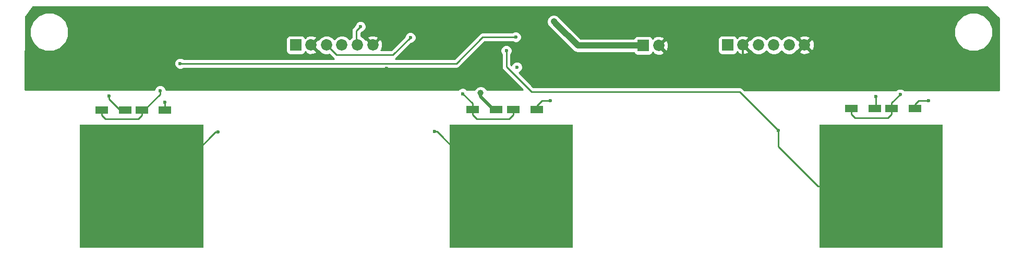
<source format=gbr>
G04 #@! TF.FileFunction,Copper,L2,Bot,Signal*
%FSLAX46Y46*%
G04 Gerber Fmt 4.6, Leading zero omitted, Abs format (unit mm)*
G04 Created by KiCad (PCBNEW 4.0.4-stable) date 08/01/17 14:05:29*
%MOMM*%
%LPD*%
G01*
G04 APERTURE LIST*
%ADD10C,0.100000*%
%ADD11R,20.000000X20.000000*%
%ADD12C,0.600000*%
%ADD13R,1.850000X1.850000*%
%ADD14C,1.850000*%
%ADD15R,2.100000X1.300000*%
%ADD16C,1.000000*%
%ADD17C,0.250000*%
%ADD18C,0.300000*%
%ADD19C,1.000000*%
%ADD20C,0.500000*%
%ADD21C,0.254000*%
G04 APERTURE END LIST*
D10*
D11*
X210000000Y-110000000D03*
D12*
X204300000Y-93600000D03*
X207100000Y-93600000D03*
X203900000Y-91500000D03*
X207100000Y-91500000D03*
X112200000Y-88800000D03*
X108200000Y-91400000D03*
X112600000Y-91400000D03*
X112600000Y-93700000D03*
X108200000Y-93700000D03*
X207000000Y-87100000D03*
X204800000Y-87100000D03*
X202200000Y-87100000D03*
X187100000Y-93400000D03*
X184400000Y-93400000D03*
X181600000Y-93400000D03*
X179500000Y-93400000D03*
X177400000Y-93400000D03*
X175400000Y-93400000D03*
X173100000Y-93400000D03*
X180600000Y-88300000D03*
X178100000Y-88300000D03*
X168200000Y-89000000D03*
X165800000Y-90900000D03*
X165800000Y-89000000D03*
X149700000Y-81800000D03*
X155500000Y-84400000D03*
X144500000Y-83400000D03*
D13*
X171400000Y-87200000D03*
D14*
X173900000Y-87200000D03*
D12*
X129700000Y-90900000D03*
X133500000Y-88100000D03*
X155900000Y-90700000D03*
X196200000Y-93600000D03*
X163200000Y-81200000D03*
X131600000Y-81600000D03*
X104700000Y-93700000D03*
X84400000Y-93400000D03*
X74000000Y-93400000D03*
X74000000Y-89400000D03*
X81200000Y-87200000D03*
X84300000Y-82150000D03*
X93450000Y-82150000D03*
X223800000Y-93600000D03*
X223200000Y-89200000D03*
X153900000Y-92700000D03*
D10*
G36*
X80000000Y-120000000D02*
X80000000Y-100000000D01*
X100000000Y-100000000D01*
X100000000Y-120000000D01*
X80000000Y-120000000D01*
X80000000Y-120000000D01*
G37*
D11*
X150000000Y-110000000D03*
D12*
X139200000Y-81500000D03*
D15*
X211700000Y-97400000D03*
X215500000Y-97400000D03*
X150300000Y-97600000D03*
X154100000Y-97600000D03*
X90000000Y-97700000D03*
X93800000Y-97700000D03*
X205200000Y-97400000D03*
X209000000Y-97400000D03*
X143700000Y-97600000D03*
X147500000Y-97600000D03*
X83500000Y-97700000D03*
X87300000Y-97700000D03*
D13*
X115000000Y-87100000D03*
D14*
X117500000Y-87100000D03*
X120000000Y-87100000D03*
X122500000Y-87100000D03*
X125000000Y-87100000D03*
X127500000Y-87100000D03*
D13*
X185100000Y-87100000D03*
D14*
X187600000Y-87100000D03*
X190100000Y-87100000D03*
X192600000Y-87100000D03*
X195100000Y-87100000D03*
X197600000Y-87100000D03*
D12*
X125500000Y-84100000D03*
X102400000Y-101250000D03*
X137500000Y-101150000D03*
X193350000Y-101000000D03*
X133600000Y-85900000D03*
X149174995Y-88008903D03*
D16*
X156900000Y-83299994D03*
D12*
X213100000Y-95100000D03*
X217700000Y-96100000D03*
X142100000Y-95000000D03*
X156300000Y-96100000D03*
X92999996Y-94500000D03*
X93800000Y-96400002D03*
X209200000Y-95500000D03*
D16*
X145000000Y-94899996D03*
D12*
X84700000Y-95400000D03*
X150900000Y-90700000D03*
X150750010Y-85800000D03*
X96250000Y-90100000D03*
D17*
X125500000Y-84100000D02*
X124800000Y-84800000D01*
X124800000Y-84800000D02*
X124800000Y-86900000D01*
X124800000Y-86900000D02*
X125000000Y-87100000D01*
X102400000Y-101250000D02*
X101975736Y-101250000D01*
X101975736Y-101250000D02*
X93225736Y-110000000D01*
X93225736Y-110000000D02*
X90000000Y-110000000D01*
D18*
X186500000Y-90300000D02*
X187600000Y-89200000D01*
X187600000Y-89200000D02*
X187600000Y-87100000D01*
X173275000Y-90300000D02*
X186500000Y-90300000D01*
D17*
X137500000Y-101150000D02*
X137924264Y-101150000D01*
X137924264Y-101150000D02*
X146774264Y-110000000D01*
X146774264Y-110000000D02*
X150000000Y-110000000D01*
X193350000Y-101000000D02*
X193350000Y-103600000D01*
X193350000Y-103600000D02*
X193399996Y-103649996D01*
X199750000Y-110000000D02*
X193399996Y-103649996D01*
X210000000Y-110000000D02*
X199750000Y-110000000D01*
X193350000Y-101000000D02*
X187050000Y-94700000D01*
X187050000Y-94700000D02*
X153250000Y-94700000D01*
X153250000Y-94700000D02*
X149174995Y-90624995D01*
X149174995Y-90624995D02*
X149174995Y-88433167D01*
X149174995Y-88433167D02*
X149174995Y-88008903D01*
X130800000Y-88700000D02*
X121600000Y-88700000D01*
X121600000Y-88700000D02*
X120000000Y-87100000D01*
X133600000Y-85900000D02*
X130800000Y-88700000D01*
D19*
X157299999Y-83699993D02*
X156900000Y-83299994D01*
X171400000Y-87200000D02*
X160800006Y-87200000D01*
X160800006Y-87200000D02*
X157299999Y-83699993D01*
D17*
X205200000Y-97400000D02*
X205200000Y-98300000D01*
X205200000Y-98300000D02*
X205800000Y-98900000D01*
X205800000Y-98900000D02*
X211100000Y-98900000D01*
X211700000Y-98300000D02*
X211700000Y-97400000D01*
X211100000Y-98900000D02*
X211700000Y-98300000D01*
X213100000Y-95100000D02*
X211700000Y-96500000D01*
X211700000Y-96500000D02*
X211700000Y-97400000D01*
X215500000Y-97400000D02*
X215500000Y-96700000D01*
X215500000Y-96700000D02*
X216100000Y-96100000D01*
X216100000Y-96100000D02*
X217275736Y-96100000D01*
X217275736Y-96100000D02*
X217700000Y-96100000D01*
X143700000Y-97600000D02*
X143700000Y-98400000D01*
X149600000Y-99100000D02*
X150300000Y-98400000D01*
X143700000Y-98400000D02*
X144400000Y-99100000D01*
X144400000Y-99100000D02*
X149600000Y-99100000D01*
X150300000Y-98400000D02*
X150300000Y-97600000D01*
X142100000Y-95000000D02*
X143700000Y-96600000D01*
X143700000Y-96600000D02*
X143700000Y-97600000D01*
X154100000Y-97600000D02*
X154100000Y-97000000D01*
X154100000Y-97000000D02*
X155000000Y-96100000D01*
X155000000Y-96100000D02*
X156300000Y-96100000D01*
X83500000Y-97700000D02*
X83500000Y-98500000D01*
X83500000Y-98500000D02*
X84100000Y-99100000D01*
X89400000Y-99100000D02*
X90000000Y-98500000D01*
X84100000Y-99100000D02*
X89400000Y-99100000D01*
X90000000Y-98500000D02*
X90000000Y-97700000D01*
X93000000Y-94500004D02*
X92999996Y-94500000D01*
X93000000Y-94900000D02*
X93000000Y-94500004D01*
X90400000Y-97700000D02*
X93000000Y-95100000D01*
X93000000Y-95100000D02*
X93000000Y-94900000D01*
X90000000Y-97700000D02*
X90400000Y-97700000D01*
X93800000Y-97700000D02*
X93800000Y-96400002D01*
X209200000Y-95500000D02*
X209200000Y-97200000D01*
X209200000Y-97200000D02*
X209000000Y-97400000D01*
D20*
X145000000Y-95500000D02*
X145000000Y-94899996D01*
X147100000Y-97600000D02*
X145000000Y-95500000D01*
X147500000Y-97600000D02*
X147100000Y-97600000D01*
D17*
X87300000Y-97700000D02*
X86500000Y-97700000D01*
X86500000Y-97700000D02*
X84700000Y-95900000D01*
X84700000Y-95900000D02*
X84700000Y-95400000D01*
X141050000Y-90100000D02*
X145350000Y-85800000D01*
X96250000Y-90100000D02*
X141050000Y-90100000D01*
X150325746Y-85800000D02*
X150750010Y-85800000D01*
X145350000Y-85800000D02*
X150325746Y-85800000D01*
D21*
G36*
X229115000Y-82794606D02*
X229115000Y-94424871D01*
X213742345Y-94420022D01*
X213630327Y-94307808D01*
X213286799Y-94165162D01*
X212914833Y-94164838D01*
X212571057Y-94306883D01*
X212458127Y-94419617D01*
X187836651Y-94411849D01*
X187587401Y-94162599D01*
X187340839Y-93997852D01*
X187050000Y-93940000D01*
X153564802Y-93940000D01*
X151208857Y-91584055D01*
X151428943Y-91493117D01*
X151692192Y-91230327D01*
X151834838Y-90886799D01*
X151835162Y-90514833D01*
X151693117Y-90171057D01*
X151430327Y-89907808D01*
X151086799Y-89765162D01*
X150714833Y-89764838D01*
X150371057Y-89906883D01*
X150107808Y-90169673D01*
X150015874Y-90391072D01*
X149934995Y-90310193D01*
X149934995Y-88571366D01*
X149967187Y-88539230D01*
X150109833Y-88195702D01*
X150110157Y-87823736D01*
X149968112Y-87479960D01*
X149705322Y-87216711D01*
X149361794Y-87074065D01*
X148989828Y-87073741D01*
X148646052Y-87215786D01*
X148382803Y-87478576D01*
X148240157Y-87822104D01*
X148239833Y-88194070D01*
X148381878Y-88537846D01*
X148414995Y-88571021D01*
X148414995Y-90624995D01*
X148472847Y-90915834D01*
X148637594Y-91162396D01*
X151875703Y-94400505D01*
X146020923Y-94398658D01*
X145962767Y-94257910D01*
X145643765Y-93938351D01*
X145226756Y-93765193D01*
X144775225Y-93764799D01*
X144357914Y-93937229D01*
X144038355Y-94256231D01*
X143979481Y-94398014D01*
X142819836Y-94397648D01*
X142630327Y-94207808D01*
X142286799Y-94065162D01*
X141914833Y-94064838D01*
X141571057Y-94206883D01*
X141380413Y-94397194D01*
X93935099Y-94382227D01*
X93935158Y-94314833D01*
X93793113Y-93971057D01*
X93530323Y-93707808D01*
X93186795Y-93565162D01*
X92814829Y-93564838D01*
X92471053Y-93706883D01*
X92207804Y-93969673D01*
X92065158Y-94313201D01*
X92065098Y-94381637D01*
X71088963Y-94375020D01*
X71106296Y-90285167D01*
X95314838Y-90285167D01*
X95456883Y-90628943D01*
X95719673Y-90892192D01*
X96063201Y-91034838D01*
X96435167Y-91035162D01*
X96778943Y-90893117D01*
X96812118Y-90860000D01*
X141050000Y-90860000D01*
X141340839Y-90802148D01*
X141587401Y-90637401D01*
X145664802Y-86560000D01*
X150187547Y-86560000D01*
X150219683Y-86592192D01*
X150563211Y-86734838D01*
X150935177Y-86735162D01*
X151278953Y-86593117D01*
X151542202Y-86330327D01*
X151684848Y-85986799D01*
X151685172Y-85614833D01*
X151543127Y-85271057D01*
X151280337Y-85007808D01*
X150936809Y-84865162D01*
X150564843Y-84864838D01*
X150221067Y-85006883D01*
X150187892Y-85040000D01*
X145350000Y-85040000D01*
X145059160Y-85097852D01*
X144812599Y-85262599D01*
X140735198Y-89340000D01*
X131183850Y-89340000D01*
X131337401Y-89237401D01*
X133739680Y-86835122D01*
X133785167Y-86835162D01*
X134128943Y-86693117D01*
X134392192Y-86430327D01*
X134534838Y-86086799D01*
X134535162Y-85714833D01*
X134393117Y-85371057D01*
X134130327Y-85107808D01*
X133786799Y-84965162D01*
X133414833Y-84964838D01*
X133071057Y-85106883D01*
X132807808Y-85369673D01*
X132665162Y-85713201D01*
X132665121Y-85760077D01*
X130485198Y-87940000D01*
X128825999Y-87940000D01*
X128857332Y-87929179D01*
X129071325Y-87346632D01*
X129046097Y-86726539D01*
X128857332Y-86270821D01*
X128598256Y-86181349D01*
X127679605Y-87100000D01*
X127693748Y-87114143D01*
X127514143Y-87293748D01*
X127500000Y-87279605D01*
X127485858Y-87293748D01*
X127306253Y-87114143D01*
X127320395Y-87100000D01*
X126401744Y-86181349D01*
X126316566Y-86210765D01*
X126107910Y-86001744D01*
X126581349Y-86001744D01*
X127500000Y-86920395D01*
X128418651Y-86001744D01*
X128329179Y-85742668D01*
X127746632Y-85528675D01*
X127126539Y-85553903D01*
X126670821Y-85742668D01*
X126581349Y-86001744D01*
X126107910Y-86001744D01*
X125884823Y-85778268D01*
X125560000Y-85643390D01*
X125560000Y-85114802D01*
X125639680Y-85035122D01*
X125685167Y-85035162D01*
X126028943Y-84893117D01*
X126292192Y-84630327D01*
X126434838Y-84286799D01*
X126435162Y-83914833D01*
X126293117Y-83571057D01*
X126246910Y-83524769D01*
X155764803Y-83524769D01*
X155937233Y-83942080D01*
X156256235Y-84261639D01*
X156256710Y-84261836D01*
X159997440Y-88002566D01*
X160365660Y-88248603D01*
X160800006Y-88335000D01*
X169867074Y-88335000D01*
X169871838Y-88360317D01*
X170010910Y-88576441D01*
X170223110Y-88721431D01*
X170475000Y-88772440D01*
X172325000Y-88772440D01*
X172560317Y-88728162D01*
X172776441Y-88589090D01*
X172921431Y-88376890D01*
X172926183Y-88353425D01*
X172981350Y-88298258D01*
X173070821Y-88557332D01*
X173653368Y-88771325D01*
X174273461Y-88746097D01*
X174729179Y-88557332D01*
X174818651Y-88298256D01*
X173900000Y-87379605D01*
X173885858Y-87393748D01*
X173706253Y-87214143D01*
X173720395Y-87200000D01*
X174079605Y-87200000D01*
X174998256Y-88118651D01*
X175257332Y-88029179D01*
X175471325Y-87446632D01*
X175446097Y-86826539D01*
X175257332Y-86370821D01*
X174998256Y-86281349D01*
X174079605Y-87200000D01*
X173720395Y-87200000D01*
X173706253Y-87185858D01*
X173885858Y-87006253D01*
X173900000Y-87020395D01*
X174745395Y-86175000D01*
X183527560Y-86175000D01*
X183527560Y-88025000D01*
X183571838Y-88260317D01*
X183710910Y-88476441D01*
X183923110Y-88621431D01*
X184175000Y-88672440D01*
X186025000Y-88672440D01*
X186260317Y-88628162D01*
X186476441Y-88489090D01*
X186621431Y-88276890D01*
X186626183Y-88253425D01*
X186681350Y-88198258D01*
X186770821Y-88457332D01*
X187353368Y-88671325D01*
X187973461Y-88646097D01*
X188429179Y-88457332D01*
X188518651Y-88198256D01*
X187600000Y-87279605D01*
X187585858Y-87293748D01*
X187406253Y-87114143D01*
X187420395Y-87100000D01*
X187779605Y-87100000D01*
X188698256Y-88018651D01*
X188783434Y-87989235D01*
X189215177Y-88421732D01*
X189788336Y-88659728D01*
X190408942Y-88660270D01*
X190982514Y-88423275D01*
X191350256Y-88056174D01*
X191715177Y-88421732D01*
X192288336Y-88659728D01*
X192908942Y-88660270D01*
X193482514Y-88423275D01*
X193850256Y-88056174D01*
X194215177Y-88421732D01*
X194788336Y-88659728D01*
X195408942Y-88660270D01*
X195982514Y-88423275D01*
X196207926Y-88198256D01*
X196681349Y-88198256D01*
X196770821Y-88457332D01*
X197353368Y-88671325D01*
X197973461Y-88646097D01*
X198429179Y-88457332D01*
X198518651Y-88198256D01*
X197600000Y-87279605D01*
X196681349Y-88198256D01*
X196207926Y-88198256D01*
X196417121Y-87989426D01*
X196501744Y-88018651D01*
X197420395Y-87100000D01*
X197779605Y-87100000D01*
X198698256Y-88018651D01*
X198957332Y-87929179D01*
X199171325Y-87346632D01*
X199146097Y-86726539D01*
X198957332Y-86270821D01*
X198698256Y-86181349D01*
X197779605Y-87100000D01*
X197420395Y-87100000D01*
X196501744Y-86181349D01*
X196416566Y-86210765D01*
X196207910Y-86001744D01*
X196681349Y-86001744D01*
X197600000Y-86920395D01*
X198518651Y-86001744D01*
X198429179Y-85742668D01*
X198097569Y-85620854D01*
X221864457Y-85620854D01*
X222340727Y-86773515D01*
X223221847Y-87656174D01*
X224373674Y-88134454D01*
X225620854Y-88135543D01*
X226773515Y-87659273D01*
X227656174Y-86778153D01*
X228134454Y-85626326D01*
X228135543Y-84379146D01*
X227659273Y-83226485D01*
X226778153Y-82343826D01*
X225626326Y-81865546D01*
X224379146Y-81864457D01*
X223226485Y-82340727D01*
X222343826Y-83221847D01*
X221865546Y-84373674D01*
X221864457Y-85620854D01*
X198097569Y-85620854D01*
X197846632Y-85528675D01*
X197226539Y-85553903D01*
X196770821Y-85742668D01*
X196681349Y-86001744D01*
X196207910Y-86001744D01*
X195984823Y-85778268D01*
X195411664Y-85540272D01*
X194791058Y-85539730D01*
X194217486Y-85776725D01*
X193849744Y-86143826D01*
X193484823Y-85778268D01*
X192911664Y-85540272D01*
X192291058Y-85539730D01*
X191717486Y-85776725D01*
X191349744Y-86143826D01*
X190984823Y-85778268D01*
X190411664Y-85540272D01*
X189791058Y-85539730D01*
X189217486Y-85776725D01*
X188782879Y-86210574D01*
X188698256Y-86181349D01*
X187779605Y-87100000D01*
X187420395Y-87100000D01*
X187406253Y-87085858D01*
X187585858Y-86906253D01*
X187600000Y-86920395D01*
X188518651Y-86001744D01*
X188429179Y-85742668D01*
X187846632Y-85528675D01*
X187226539Y-85553903D01*
X186770821Y-85742668D01*
X186681350Y-86001742D01*
X186630218Y-85950610D01*
X186628162Y-85939683D01*
X186489090Y-85723559D01*
X186276890Y-85578569D01*
X186025000Y-85527560D01*
X184175000Y-85527560D01*
X183939683Y-85571838D01*
X183723559Y-85710910D01*
X183578569Y-85923110D01*
X183527560Y-86175000D01*
X174745395Y-86175000D01*
X174818651Y-86101744D01*
X174729179Y-85842668D01*
X174146632Y-85628675D01*
X173526539Y-85653903D01*
X173070821Y-85842668D01*
X172981350Y-86101742D01*
X172930218Y-86050610D01*
X172928162Y-86039683D01*
X172789090Y-85823559D01*
X172576890Y-85678569D01*
X172325000Y-85627560D01*
X170475000Y-85627560D01*
X170239683Y-85671838D01*
X170023559Y-85810910D01*
X169878569Y-86023110D01*
X169870086Y-86065000D01*
X161270138Y-86065000D01*
X157702980Y-82497842D01*
X157543765Y-82338349D01*
X157126756Y-82165191D01*
X156675225Y-82164797D01*
X156257914Y-82337227D01*
X155938355Y-82656229D01*
X155765197Y-83073238D01*
X155764803Y-83524769D01*
X126246910Y-83524769D01*
X126030327Y-83307808D01*
X125686799Y-83165162D01*
X125314833Y-83164838D01*
X124971057Y-83306883D01*
X124707808Y-83569673D01*
X124565162Y-83913201D01*
X124565121Y-83960076D01*
X124262599Y-84262599D01*
X124097852Y-84509161D01*
X124040000Y-84800000D01*
X124040000Y-85854076D01*
X123749744Y-86143826D01*
X123384823Y-85778268D01*
X122811664Y-85540272D01*
X122191058Y-85539730D01*
X121617486Y-85776725D01*
X121249744Y-86143826D01*
X120884823Y-85778268D01*
X120311664Y-85540272D01*
X119691058Y-85539730D01*
X119117486Y-85776725D01*
X118682879Y-86210574D01*
X118598256Y-86181349D01*
X117679605Y-87100000D01*
X118598256Y-88018651D01*
X118683434Y-87989235D01*
X119115177Y-88421732D01*
X119688336Y-88659728D01*
X120308942Y-88660270D01*
X120433855Y-88608657D01*
X121062599Y-89237401D01*
X121216150Y-89340000D01*
X96812463Y-89340000D01*
X96780327Y-89307808D01*
X96436799Y-89165162D01*
X96064833Y-89164838D01*
X95721057Y-89306883D01*
X95457808Y-89569673D01*
X95315162Y-89913201D01*
X95314838Y-90285167D01*
X71106296Y-90285167D01*
X71126065Y-85620854D01*
X71864457Y-85620854D01*
X72340727Y-86773515D01*
X73221847Y-87656174D01*
X74373674Y-88134454D01*
X75620854Y-88135543D01*
X76773515Y-87659273D01*
X77656174Y-86778153D01*
X77906624Y-86175000D01*
X113427560Y-86175000D01*
X113427560Y-88025000D01*
X113471838Y-88260317D01*
X113610910Y-88476441D01*
X113823110Y-88621431D01*
X114075000Y-88672440D01*
X115925000Y-88672440D01*
X116160317Y-88628162D01*
X116376441Y-88489090D01*
X116521431Y-88276890D01*
X116526183Y-88253425D01*
X116581350Y-88198258D01*
X116670821Y-88457332D01*
X117253368Y-88671325D01*
X117873461Y-88646097D01*
X118329179Y-88457332D01*
X118418651Y-88198256D01*
X117500000Y-87279605D01*
X117485858Y-87293748D01*
X117306253Y-87114143D01*
X117320395Y-87100000D01*
X117306253Y-87085858D01*
X117485858Y-86906253D01*
X117500000Y-86920395D01*
X118418651Y-86001744D01*
X118329179Y-85742668D01*
X117746632Y-85528675D01*
X117126539Y-85553903D01*
X116670821Y-85742668D01*
X116581350Y-86001742D01*
X116530218Y-85950610D01*
X116528162Y-85939683D01*
X116389090Y-85723559D01*
X116176890Y-85578569D01*
X115925000Y-85527560D01*
X114075000Y-85527560D01*
X113839683Y-85571838D01*
X113623559Y-85710910D01*
X113478569Y-85923110D01*
X113427560Y-86175000D01*
X77906624Y-86175000D01*
X78134454Y-85626326D01*
X78135543Y-84379146D01*
X77659273Y-83226485D01*
X76778153Y-82343826D01*
X75626326Y-81865546D01*
X74379146Y-81864457D01*
X73226485Y-82340727D01*
X72343826Y-83221847D01*
X71865546Y-84373674D01*
X71864457Y-85620854D01*
X71126065Y-85620854D01*
X71126999Y-85400538D01*
X71127000Y-85400000D01*
X71127000Y-82542333D01*
X72370000Y-80885000D01*
X227205394Y-80885000D01*
X229115000Y-82794606D01*
X229115000Y-82794606D01*
G37*
X229115000Y-82794606D02*
X229115000Y-94424871D01*
X213742345Y-94420022D01*
X213630327Y-94307808D01*
X213286799Y-94165162D01*
X212914833Y-94164838D01*
X212571057Y-94306883D01*
X212458127Y-94419617D01*
X187836651Y-94411849D01*
X187587401Y-94162599D01*
X187340839Y-93997852D01*
X187050000Y-93940000D01*
X153564802Y-93940000D01*
X151208857Y-91584055D01*
X151428943Y-91493117D01*
X151692192Y-91230327D01*
X151834838Y-90886799D01*
X151835162Y-90514833D01*
X151693117Y-90171057D01*
X151430327Y-89907808D01*
X151086799Y-89765162D01*
X150714833Y-89764838D01*
X150371057Y-89906883D01*
X150107808Y-90169673D01*
X150015874Y-90391072D01*
X149934995Y-90310193D01*
X149934995Y-88571366D01*
X149967187Y-88539230D01*
X150109833Y-88195702D01*
X150110157Y-87823736D01*
X149968112Y-87479960D01*
X149705322Y-87216711D01*
X149361794Y-87074065D01*
X148989828Y-87073741D01*
X148646052Y-87215786D01*
X148382803Y-87478576D01*
X148240157Y-87822104D01*
X148239833Y-88194070D01*
X148381878Y-88537846D01*
X148414995Y-88571021D01*
X148414995Y-90624995D01*
X148472847Y-90915834D01*
X148637594Y-91162396D01*
X151875703Y-94400505D01*
X146020923Y-94398658D01*
X145962767Y-94257910D01*
X145643765Y-93938351D01*
X145226756Y-93765193D01*
X144775225Y-93764799D01*
X144357914Y-93937229D01*
X144038355Y-94256231D01*
X143979481Y-94398014D01*
X142819836Y-94397648D01*
X142630327Y-94207808D01*
X142286799Y-94065162D01*
X141914833Y-94064838D01*
X141571057Y-94206883D01*
X141380413Y-94397194D01*
X93935099Y-94382227D01*
X93935158Y-94314833D01*
X93793113Y-93971057D01*
X93530323Y-93707808D01*
X93186795Y-93565162D01*
X92814829Y-93564838D01*
X92471053Y-93706883D01*
X92207804Y-93969673D01*
X92065158Y-94313201D01*
X92065098Y-94381637D01*
X71088963Y-94375020D01*
X71106296Y-90285167D01*
X95314838Y-90285167D01*
X95456883Y-90628943D01*
X95719673Y-90892192D01*
X96063201Y-91034838D01*
X96435167Y-91035162D01*
X96778943Y-90893117D01*
X96812118Y-90860000D01*
X141050000Y-90860000D01*
X141340839Y-90802148D01*
X141587401Y-90637401D01*
X145664802Y-86560000D01*
X150187547Y-86560000D01*
X150219683Y-86592192D01*
X150563211Y-86734838D01*
X150935177Y-86735162D01*
X151278953Y-86593117D01*
X151542202Y-86330327D01*
X151684848Y-85986799D01*
X151685172Y-85614833D01*
X151543127Y-85271057D01*
X151280337Y-85007808D01*
X150936809Y-84865162D01*
X150564843Y-84864838D01*
X150221067Y-85006883D01*
X150187892Y-85040000D01*
X145350000Y-85040000D01*
X145059160Y-85097852D01*
X144812599Y-85262599D01*
X140735198Y-89340000D01*
X131183850Y-89340000D01*
X131337401Y-89237401D01*
X133739680Y-86835122D01*
X133785167Y-86835162D01*
X134128943Y-86693117D01*
X134392192Y-86430327D01*
X134534838Y-86086799D01*
X134535162Y-85714833D01*
X134393117Y-85371057D01*
X134130327Y-85107808D01*
X133786799Y-84965162D01*
X133414833Y-84964838D01*
X133071057Y-85106883D01*
X132807808Y-85369673D01*
X132665162Y-85713201D01*
X132665121Y-85760077D01*
X130485198Y-87940000D01*
X128825999Y-87940000D01*
X128857332Y-87929179D01*
X129071325Y-87346632D01*
X129046097Y-86726539D01*
X128857332Y-86270821D01*
X128598256Y-86181349D01*
X127679605Y-87100000D01*
X127693748Y-87114143D01*
X127514143Y-87293748D01*
X127500000Y-87279605D01*
X127485858Y-87293748D01*
X127306253Y-87114143D01*
X127320395Y-87100000D01*
X126401744Y-86181349D01*
X126316566Y-86210765D01*
X126107910Y-86001744D01*
X126581349Y-86001744D01*
X127500000Y-86920395D01*
X128418651Y-86001744D01*
X128329179Y-85742668D01*
X127746632Y-85528675D01*
X127126539Y-85553903D01*
X126670821Y-85742668D01*
X126581349Y-86001744D01*
X126107910Y-86001744D01*
X125884823Y-85778268D01*
X125560000Y-85643390D01*
X125560000Y-85114802D01*
X125639680Y-85035122D01*
X125685167Y-85035162D01*
X126028943Y-84893117D01*
X126292192Y-84630327D01*
X126434838Y-84286799D01*
X126435162Y-83914833D01*
X126293117Y-83571057D01*
X126246910Y-83524769D01*
X155764803Y-83524769D01*
X155937233Y-83942080D01*
X156256235Y-84261639D01*
X156256710Y-84261836D01*
X159997440Y-88002566D01*
X160365660Y-88248603D01*
X160800006Y-88335000D01*
X169867074Y-88335000D01*
X169871838Y-88360317D01*
X170010910Y-88576441D01*
X170223110Y-88721431D01*
X170475000Y-88772440D01*
X172325000Y-88772440D01*
X172560317Y-88728162D01*
X172776441Y-88589090D01*
X172921431Y-88376890D01*
X172926183Y-88353425D01*
X172981350Y-88298258D01*
X173070821Y-88557332D01*
X173653368Y-88771325D01*
X174273461Y-88746097D01*
X174729179Y-88557332D01*
X174818651Y-88298256D01*
X173900000Y-87379605D01*
X173885858Y-87393748D01*
X173706253Y-87214143D01*
X173720395Y-87200000D01*
X174079605Y-87200000D01*
X174998256Y-88118651D01*
X175257332Y-88029179D01*
X175471325Y-87446632D01*
X175446097Y-86826539D01*
X175257332Y-86370821D01*
X174998256Y-86281349D01*
X174079605Y-87200000D01*
X173720395Y-87200000D01*
X173706253Y-87185858D01*
X173885858Y-87006253D01*
X173900000Y-87020395D01*
X174745395Y-86175000D01*
X183527560Y-86175000D01*
X183527560Y-88025000D01*
X183571838Y-88260317D01*
X183710910Y-88476441D01*
X183923110Y-88621431D01*
X184175000Y-88672440D01*
X186025000Y-88672440D01*
X186260317Y-88628162D01*
X186476441Y-88489090D01*
X186621431Y-88276890D01*
X186626183Y-88253425D01*
X186681350Y-88198258D01*
X186770821Y-88457332D01*
X187353368Y-88671325D01*
X187973461Y-88646097D01*
X188429179Y-88457332D01*
X188518651Y-88198256D01*
X187600000Y-87279605D01*
X187585858Y-87293748D01*
X187406253Y-87114143D01*
X187420395Y-87100000D01*
X187779605Y-87100000D01*
X188698256Y-88018651D01*
X188783434Y-87989235D01*
X189215177Y-88421732D01*
X189788336Y-88659728D01*
X190408942Y-88660270D01*
X190982514Y-88423275D01*
X191350256Y-88056174D01*
X191715177Y-88421732D01*
X192288336Y-88659728D01*
X192908942Y-88660270D01*
X193482514Y-88423275D01*
X193850256Y-88056174D01*
X194215177Y-88421732D01*
X194788336Y-88659728D01*
X195408942Y-88660270D01*
X195982514Y-88423275D01*
X196207926Y-88198256D01*
X196681349Y-88198256D01*
X196770821Y-88457332D01*
X197353368Y-88671325D01*
X197973461Y-88646097D01*
X198429179Y-88457332D01*
X198518651Y-88198256D01*
X197600000Y-87279605D01*
X196681349Y-88198256D01*
X196207926Y-88198256D01*
X196417121Y-87989426D01*
X196501744Y-88018651D01*
X197420395Y-87100000D01*
X197779605Y-87100000D01*
X198698256Y-88018651D01*
X198957332Y-87929179D01*
X199171325Y-87346632D01*
X199146097Y-86726539D01*
X198957332Y-86270821D01*
X198698256Y-86181349D01*
X197779605Y-87100000D01*
X197420395Y-87100000D01*
X196501744Y-86181349D01*
X196416566Y-86210765D01*
X196207910Y-86001744D01*
X196681349Y-86001744D01*
X197600000Y-86920395D01*
X198518651Y-86001744D01*
X198429179Y-85742668D01*
X198097569Y-85620854D01*
X221864457Y-85620854D01*
X222340727Y-86773515D01*
X223221847Y-87656174D01*
X224373674Y-88134454D01*
X225620854Y-88135543D01*
X226773515Y-87659273D01*
X227656174Y-86778153D01*
X228134454Y-85626326D01*
X228135543Y-84379146D01*
X227659273Y-83226485D01*
X226778153Y-82343826D01*
X225626326Y-81865546D01*
X224379146Y-81864457D01*
X223226485Y-82340727D01*
X222343826Y-83221847D01*
X221865546Y-84373674D01*
X221864457Y-85620854D01*
X198097569Y-85620854D01*
X197846632Y-85528675D01*
X197226539Y-85553903D01*
X196770821Y-85742668D01*
X196681349Y-86001744D01*
X196207910Y-86001744D01*
X195984823Y-85778268D01*
X195411664Y-85540272D01*
X194791058Y-85539730D01*
X194217486Y-85776725D01*
X193849744Y-86143826D01*
X193484823Y-85778268D01*
X192911664Y-85540272D01*
X192291058Y-85539730D01*
X191717486Y-85776725D01*
X191349744Y-86143826D01*
X190984823Y-85778268D01*
X190411664Y-85540272D01*
X189791058Y-85539730D01*
X189217486Y-85776725D01*
X188782879Y-86210574D01*
X188698256Y-86181349D01*
X187779605Y-87100000D01*
X187420395Y-87100000D01*
X187406253Y-87085858D01*
X187585858Y-86906253D01*
X187600000Y-86920395D01*
X188518651Y-86001744D01*
X188429179Y-85742668D01*
X187846632Y-85528675D01*
X187226539Y-85553903D01*
X186770821Y-85742668D01*
X186681350Y-86001742D01*
X186630218Y-85950610D01*
X186628162Y-85939683D01*
X186489090Y-85723559D01*
X186276890Y-85578569D01*
X186025000Y-85527560D01*
X184175000Y-85527560D01*
X183939683Y-85571838D01*
X183723559Y-85710910D01*
X183578569Y-85923110D01*
X183527560Y-86175000D01*
X174745395Y-86175000D01*
X174818651Y-86101744D01*
X174729179Y-85842668D01*
X174146632Y-85628675D01*
X173526539Y-85653903D01*
X173070821Y-85842668D01*
X172981350Y-86101742D01*
X172930218Y-86050610D01*
X172928162Y-86039683D01*
X172789090Y-85823559D01*
X172576890Y-85678569D01*
X172325000Y-85627560D01*
X170475000Y-85627560D01*
X170239683Y-85671838D01*
X170023559Y-85810910D01*
X169878569Y-86023110D01*
X169870086Y-86065000D01*
X161270138Y-86065000D01*
X157702980Y-82497842D01*
X157543765Y-82338349D01*
X157126756Y-82165191D01*
X156675225Y-82164797D01*
X156257914Y-82337227D01*
X155938355Y-82656229D01*
X155765197Y-83073238D01*
X155764803Y-83524769D01*
X126246910Y-83524769D01*
X126030327Y-83307808D01*
X125686799Y-83165162D01*
X125314833Y-83164838D01*
X124971057Y-83306883D01*
X124707808Y-83569673D01*
X124565162Y-83913201D01*
X124565121Y-83960076D01*
X124262599Y-84262599D01*
X124097852Y-84509161D01*
X124040000Y-84800000D01*
X124040000Y-85854076D01*
X123749744Y-86143826D01*
X123384823Y-85778268D01*
X122811664Y-85540272D01*
X122191058Y-85539730D01*
X121617486Y-85776725D01*
X121249744Y-86143826D01*
X120884823Y-85778268D01*
X120311664Y-85540272D01*
X119691058Y-85539730D01*
X119117486Y-85776725D01*
X118682879Y-86210574D01*
X118598256Y-86181349D01*
X117679605Y-87100000D01*
X118598256Y-88018651D01*
X118683434Y-87989235D01*
X119115177Y-88421732D01*
X119688336Y-88659728D01*
X120308942Y-88660270D01*
X120433855Y-88608657D01*
X121062599Y-89237401D01*
X121216150Y-89340000D01*
X96812463Y-89340000D01*
X96780327Y-89307808D01*
X96436799Y-89165162D01*
X96064833Y-89164838D01*
X95721057Y-89306883D01*
X95457808Y-89569673D01*
X95315162Y-89913201D01*
X95314838Y-90285167D01*
X71106296Y-90285167D01*
X71126065Y-85620854D01*
X71864457Y-85620854D01*
X72340727Y-86773515D01*
X73221847Y-87656174D01*
X74373674Y-88134454D01*
X75620854Y-88135543D01*
X76773515Y-87659273D01*
X77656174Y-86778153D01*
X77906624Y-86175000D01*
X113427560Y-86175000D01*
X113427560Y-88025000D01*
X113471838Y-88260317D01*
X113610910Y-88476441D01*
X113823110Y-88621431D01*
X114075000Y-88672440D01*
X115925000Y-88672440D01*
X116160317Y-88628162D01*
X116376441Y-88489090D01*
X116521431Y-88276890D01*
X116526183Y-88253425D01*
X116581350Y-88198258D01*
X116670821Y-88457332D01*
X117253368Y-88671325D01*
X117873461Y-88646097D01*
X118329179Y-88457332D01*
X118418651Y-88198256D01*
X117500000Y-87279605D01*
X117485858Y-87293748D01*
X117306253Y-87114143D01*
X117320395Y-87100000D01*
X117306253Y-87085858D01*
X117485858Y-86906253D01*
X117500000Y-86920395D01*
X118418651Y-86001744D01*
X118329179Y-85742668D01*
X117746632Y-85528675D01*
X117126539Y-85553903D01*
X116670821Y-85742668D01*
X116581350Y-86001742D01*
X116530218Y-85950610D01*
X116528162Y-85939683D01*
X116389090Y-85723559D01*
X116176890Y-85578569D01*
X115925000Y-85527560D01*
X114075000Y-85527560D01*
X113839683Y-85571838D01*
X113623559Y-85710910D01*
X113478569Y-85923110D01*
X113427560Y-86175000D01*
X77906624Y-86175000D01*
X78134454Y-85626326D01*
X78135543Y-84379146D01*
X77659273Y-83226485D01*
X76778153Y-82343826D01*
X75626326Y-81865546D01*
X74379146Y-81864457D01*
X73226485Y-82340727D01*
X72343826Y-83221847D01*
X71865546Y-84373674D01*
X71864457Y-85620854D01*
X71126065Y-85620854D01*
X71126999Y-85400538D01*
X71127000Y-85400000D01*
X71127000Y-82542333D01*
X72370000Y-80885000D01*
X227205394Y-80885000D01*
X229115000Y-82794606D01*
M02*

</source>
